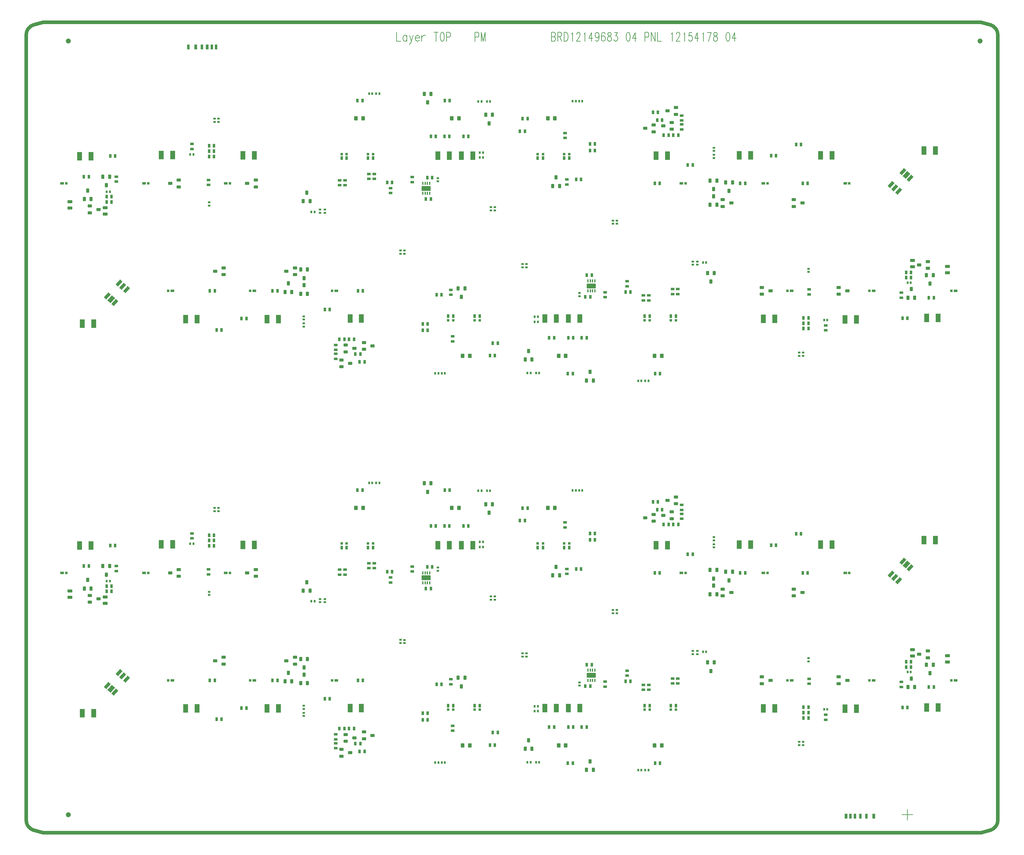
<source format=gbr>
*
G04 Job   : N:\Projects\COMUN\Opel\ICP_OV64-OV85\1-Main_PCB\12149683-12\Panel_12154178\12154178.pnl*
G04 User  : ESSECAE005:montel01*
G04 Layer : SolderPasteTop.gbr*
G04 Date  : Fri Nov 22 08:51:19 2024*
G04 Expedition Layer: Solder Paste - Top*
%ICAS*%
%MOIN*%
%FSDAX24Y24*%
%OFA0.0000B0.0000*%
G90*
G74*
%AMVB_RECTANGLE*
21,1,$1,$2,0,0,$3*
%
%AMVB_RCRECTANGLE*
$3=$3X2*
21,1,$1-$3,$2,0,0,0*
21,1,$1,$2-$3,0,0,0*
$1=$1/2*
$2=$2/2*
$3=$3/2*
$1=$1-$3*
$2=$2-$3*
1,1,$3X2,0-$1,0-$2*
1,1,$3X2,0-$1,$2*
1,1,$3X2,$1,$2*
1,1,$3X2,$1,0-$2*
%
%ADD11C,0.00787*%
%ADD10C,0.03937*%
%ADD17VB_RECTANGLE,0.07480X0.03543X228.00000*%
%ADD18VB_RECTANGLE,0.07480X0.04724X228.00000*%
%ADD13VB_RCRECTANGLE,0.02756X0.01969X0.00197*%
%ADD12VB_RCRECTANGLE,0.01969X0.02756X0.00197*%
%ADD71VB_RCRECTANGLE,0.02953X0.02362X0.00197*%
%ADD22VB_RCRECTANGLE,0.02362X0.02953X0.00197*%
%ADD25VB_RCRECTANGLE,0.01575X0.03150X0.00197*%
%ADD14VB_RCRECTANGLE,0.03937X0.02756X0.00197*%
%ADD16VB_RCRECTANGLE,0.02756X0.03937X0.00197*%
%ADD20VB_RCRECTANGLE,0.04331X0.02362X0.00197*%
%ADD21VB_RCRECTANGLE,0.02362X0.04331X0.00197*%
%ADD15VB_RCRECTANGLE,0.04724X0.03150X0.00197*%
%ADD19VB_RCRECTANGLE,0.03150X0.04724X0.00197*%
%ADD23VB_RCRECTANGLE,0.03937X0.04724X0.00197*%
%ADD24VB_RCRECTANGLE,0.05118X0.03150X0.00197*%
%ADD70VB_RCRECTANGLE,0.05512X0.09449X0.00197*%
%ADD26VB_RCRECTANGLE,0.09843X0.05118X0.00197*%
G01*
G36*
X-092854Y-000283D02*
Y-000039D01*
X-093098*
G02X-093100Y000000I000283J000039*
X-092815Y000285I000285*
X-092776Y000283J000285*
G01Y000039*
X-092532*
G02X-092530Y000000I000283J000039*
X-092815Y-000285I000285*
X-092854Y-000283J000285*
G01Y000283D02*
Y000039D01*
X-093098*
G03X-093100Y000000I000283J000039*
X-092815Y-000285I000285*
X-092776Y-000283J000285*
G01Y-000039*
X-092532*
G03X-092530Y000000I000283J000039*
X-092815Y000285I000285*
X-092854Y000283J000285*
G01Y085387D02*
Y085630D01*
X-093098*
G02X-093100Y085669I000283J000039*
X-092815Y085955I000285*
X-092776Y085952J000286*
G01Y085709*
X-092532*
G02X-092530Y085669I000283J000040*
X-092815Y085384I000285*
X-092854Y085387J000285*
G01Y085952D02*
Y085709D01*
X-093098*
G03X-093100Y085669I000283J000040*
X-092815Y085384I000285*
X-092776Y085387J000285*
G01Y085630*
X-092532*
G03X-092530Y085669I000283J000039*
X-092815Y085955I000285*
X-092854Y085952J000286*
G01X-079685Y084732D02*
X-079409D01*
Y085283*
X-079685*
Y084732*
X-078858D02*
X-078583D01*
Y085283*
X-078858*
Y084732*
X-078189D02*
X-077913D01*
Y085283*
X-078189*
Y084732*
X-077598D02*
X-077323D01*
Y085283*
X-077598*
Y084732*
X-077087D02*
X-076811D01*
Y085283*
X-077087*
Y084732*
X-076614D02*
X-076339D01*
Y085283*
X-076614*
Y084732*
X-006929Y-000433D02*
X-006654D01*
Y000118*
X-006929*
Y-000433*
X-006457D02*
X-006181D01*
Y000118*
X-006457*
Y-000433*
X-005945D02*
X-005669D01*
Y000118*
X-005945*
Y-000433*
X-005354D02*
X-005079D01*
Y000118*
X-005354*
Y-000433*
X-004685D02*
X-004409D01*
Y000118*
X-004685*
Y-000433*
X-003858D02*
X-003583D01*
Y000118*
X-003858*
Y-000433*
X007992Y085387D02*
Y085630D01*
X007749*
G02X007746Y085669I000282J000039*
X008031Y085955I000285*
X008071Y085952J000286*
G01Y085709*
X008314*
G02X008317Y085669I000283J000040*
X008031Y085384I000286*
X007992Y085387J000285*
G01Y085952D02*
Y085709D01*
X007749*
G03X007746Y085669I000282J000040*
X008031Y085384I000285*
X008071Y085387J000285*
G01Y085630*
X008314*
G03X008317Y085669I000283J000039*
X008031Y085955I000286*
X007992Y085952J000286*
G37*
G54D10*
G01X-097480Y086339D02*
Y-000591D01*
G03X-096693Y-001704I001181*
G01X-095619Y-001987*
G03X-095465Y-002008I000154J000570*
G01X007995*
G03X008151Y-001987J000591*
G01X009213Y-001704*
G03X010000Y-000591I000394J001113*
G01Y086339*
G03X009213Y087452I001181*
G01X008142Y087736*
G03X007992Y087756I000151J000570*
G01X-095465*
G03X-095467I000002J000591*
X-095618Y087736J000591*
G01X-096693Y087452*
G03X-097480Y086339I000394J001113*
G54D11*
G01X-056494Y086634D02*
Y085650D01*
X-056055*
X-055366Y086157D02*
X-055439Y086246D01*
X-055512Y086291*
X-055627*
X-055700Y086246*
X-055773Y086157*
X-055805Y086022*
Y085918*
X-055773Y085784*
X-055700Y085694*
X-055627Y085650*
X-055512*
X-055439Y085694*
X-055366Y085784*
Y086291D02*
Y085650D01*
X-055084Y086291D02*
X-054886Y085650D01*
X-054677Y086291D02*
X-054886Y085650D01*
X-054949Y085456*
X-055022Y085366*
X-055084Y085322*
X-055116*
X-054427Y086022D02*
X-053988D01*
Y086112*
X-054020Y086201*
X-054061Y086246*
X-054134Y086291*
X-054249*
X-054322Y086246*
X-054395Y086157*
X-054427Y086022*
Y085918*
X-054395Y085784*
X-054322Y085694*
X-054249Y085650*
X-054134*
X-054061Y085694*
X-053988Y085784*
X-053738Y086022D02*
X-053686Y086157D01*
X-053581Y086246*
X-053466Y086291*
X-053299*
X-053738D02*
Y085650D01*
X-052360Y086634D02*
X-051921D01*
X-052141D02*
Y085650D01*
X-051514Y086634D02*
X-051566Y086574D01*
X-051619Y086485*
X-051650Y086395*
X-051671Y086261*
Y086022*
X-051650Y085888*
X-051619Y085784*
X-051566Y085694*
X-051514Y085650*
X-051399*
X-051347Y085694*
X-051285Y085784*
X-051264Y085888*
X-051232Y086022*
Y086261*
X-051264Y086395*
X-051285Y086485*
X-051347Y086574*
X-051399Y086634*
X-051514*
X-050982Y085650D02*
Y086634D01*
X-050700*
X-050606Y086574*
X-050575Y086529*
X-050543Y086440*
Y086306*
X-050575Y086201*
X-050606Y086157*
X-050700Y086112*
X-050982*
X-047832Y085650D02*
Y086634D01*
X-047550*
X-047456Y086574*
X-047425Y086529*
X-047394Y086440*
Y086306*
X-047425Y086201*
X-047456Y086157*
X-047550Y086112*
X-047832*
X-047143Y085650D02*
Y086634D01*
X-046924Y085650*
X-046705Y086634*
Y085650*
X-039367Y086157D02*
X-039085D01*
X-038991Y086112*
X-038960Y086067*
X-038929Y085978*
Y085829*
X-038960Y085739*
X-038991Y085694*
X-039085Y085650*
X-039367*
Y086634*
X-039085*
X-038991Y086574*
X-038960Y086529*
X-038929Y086440*
Y086350*
X-038960Y086261*
X-038991Y086201*
X-039085Y086157*
X-038678Y085650D02*
Y086634D01*
X-038396*
X-038302Y086574*
X-038271Y086529*
X-038240Y086440*
Y086350*
X-038271Y086261*
X-038302Y086201*
X-038396Y086157*
X-038678*
X-038459D02*
X-038240Y085650D01*
X-037989Y086634D02*
X-037770D01*
X-037676Y086574*
X-037613Y086485*
X-037582Y086395*
X-037551Y086261*
Y086022*
X-037582Y085888*
X-037613Y085784*
X-037676Y085694*
X-037770Y085650*
X-037989*
Y086634*
X-037133Y086440D02*
X-037092Y086485D01*
X-037039Y086619*
Y085650*
X-036580Y086395D02*
Y086440D01*
X-036549Y086529*
X-036517Y086574*
X-036455Y086634*
X-036329*
X-036267Y086574*
X-036236Y086529*
X-036204Y086440*
Y086350*
X-036236Y086261*
X-036298Y086112*
X-036611Y085650*
X-036173*
X-035755Y086440D02*
X-035714Y086485D01*
X-035661Y086619*
Y085650*
X-034941Y086619D02*
Y085650D01*
Y086619D02*
X-035233Y085978D01*
X-034795*
X-034106Y086306D02*
X-034137Y086157D01*
X-034200Y086067*
X-034315Y086022*
X-034346*
X-034451Y086067*
X-034513Y086157*
X-034544Y086306*
Y086350*
X-034513Y086485*
X-034451Y086574*
X-034346Y086619*
X-034315*
X-034200Y086574*
X-034137Y086485*
X-034106Y086306*
Y086067*
X-034137Y085829*
X-034200Y085694*
X-034315Y085650*
X-034377*
X-034482Y085694*
X-034513Y085784*
X-033448Y086485D02*
X-033480Y086574D01*
X-033584Y086619*
X-033657*
X-033762Y086574*
X-033824Y086440*
X-033855Y086201*
Y085978*
X-033824Y085784*
X-033762Y085694*
X-033657Y085650*
X-033626*
X-033521Y085694*
X-033448Y085784*
X-033417Y085918*
Y085978*
X-033448Y086112*
X-033521Y086201*
X-033626Y086246*
X-033657*
X-033762Y086201*
X-033824Y086112*
X-033855Y085978*
X-033010Y086619D02*
X-033104Y086574D01*
X-033135Y086485*
Y086395*
X-033104Y086291*
X-033041Y086246*
X-032916Y086201*
X-032822Y086157*
X-032759Y086067*
X-032728Y085978*
Y085829*
X-032759Y085739*
X-032791Y085694*
X-032885Y085650*
X-033010*
X-033104Y085694*
X-033135Y085739*
X-033167Y085829*
Y085978*
X-033135Y086067*
X-033073Y086157*
X-032979Y086201*
X-032853Y086246*
X-032791Y086291*
X-032759Y086395*
Y086485*
X-032791Y086574*
X-032885Y086619*
X-033010*
X-032415D02*
X-032070D01*
X-032258Y086246*
X-032164*
X-032102Y086201*
X-032070Y086157*
X-032039Y086022*
Y085918*
X-032070Y085784*
X-032133Y085694*
X-032227Y085650*
X-032321*
X-032415Y085694*
X-032446Y085739*
X-032478Y085829*
X-030912Y086619D02*
X-031006Y086574D01*
X-031068Y086440*
X-031100Y086201*
Y086067*
X-031068Y085829*
X-031006Y085694*
X-030912Y085650*
X-030849*
X-030755Y085694*
X-030693Y085829*
X-030661Y086067*
Y086201*
X-030693Y086440*
X-030755Y086574*
X-030849Y086619*
X-030912*
X-030118D02*
X-030411Y085978D01*
X-029972*
X-030118Y086619D02*
Y085650D01*
X-029033D02*
Y086634D01*
X-028751*
X-028657Y086574*
X-028626Y086529*
X-028594Y086440*
Y086306*
X-028626Y086201*
X-028657Y086157*
X-028751Y086112*
X-029033*
X-028344Y085650D02*
Y086634D01*
X-027905Y085650*
Y086634*
X-027655D02*
Y085650D01*
X-027216*
X-026110Y086440D02*
X-026068Y086485D01*
X-026016Y086619*
Y085650*
X-025557Y086395D02*
Y086440D01*
X-025525Y086529*
X-025494Y086574*
X-025431Y086634*
X-025306*
X-025243Y086574*
X-025212Y086529*
X-025181Y086440*
Y086350*
X-025212Y086261*
X-025275Y086112*
X-025588Y085650*
X-025150*
X-024732Y086440D02*
X-024690Y086485D01*
X-024638Y086619*
Y085650*
X-023834Y086619D02*
X-024147D01*
X-024179Y086201*
X-024147Y086246*
X-024053Y086291*
X-023959*
X-023866Y086246*
X-023803Y086157*
X-023772Y086022*
Y085918*
X-023803Y085784*
X-023866Y085694*
X-023959Y085650*
X-024053*
X-024147Y085694*
X-024179Y085739*
X-024210Y085829*
X-023229Y086619D02*
X-023521Y085978D01*
X-023083*
X-023229Y086619D02*
Y085650D01*
X-022665Y086440D02*
X-022623Y086485D01*
X-022571Y086619*
Y085650*
X-022143Y086619D02*
X-021705D01*
X-022018Y085650*
X-021298Y086619D02*
X-021392Y086574D01*
X-021423Y086485*
Y086395*
X-021392Y086291*
X-021329Y086246*
X-021204Y086201*
X-021110Y086157*
X-021047Y086067*
X-021016Y085978*
Y085829*
X-021047Y085739*
X-021078Y085694*
X-021172Y085650*
X-021298*
X-021392Y085694*
X-021423Y085739*
X-021454Y085829*
Y085978*
X-021423Y086067*
X-021360Y086157*
X-021266Y086201*
X-021141Y086246*
X-021078Y086291*
X-021047Y086395*
Y086485*
X-021078Y086574*
X-021172Y086619*
X-021298*
X-019888D02*
X-019982Y086574D01*
X-020045Y086440*
X-020076Y086201*
Y086067*
X-020045Y085829*
X-019982Y085694*
X-019888Y085650*
X-019826*
X-019732Y085694*
X-019669Y085829*
X-019638Y086067*
Y086201*
X-019669Y086440*
X-019732Y086574*
X-019826Y086619*
X-019888*
X-019095D02*
X-019387Y085978D01*
X-018949*
X-019095Y086619D02*
Y085650D01*
X-000591Y000000D02*
X000591D01*
X000000Y000591D02*
Y-000591D01*
G54D12*
X-088563Y025874D03*
Y068988D03*
X-088209Y025874D03*
Y068988D03*
X-079331Y030008D03*
Y073122D03*
X-078976Y030008D03*
Y073122D03*
X-065925Y023630D03*
Y066744D03*
X-065571Y023630D03*
Y066744D03*
X-059547Y036740D03*
Y079854D03*
X-059193Y036740D03*
Y079854D03*
X-058760Y036740D03*
Y079854D03*
X-058406Y036740D03*
Y079854D03*
X-052224Y005768D03*
Y048882D03*
X-051870Y005768D03*
Y048882D03*
X-051516Y005768D03*
Y048882D03*
X-051161Y005768D03*
Y048882D03*
X-047461Y035874D03*
Y078988D03*
X-047303Y029654D03*
Y030205D03*
Y072768D03*
Y073319D03*
X-047106Y035874D03*
Y078988D03*
X-046949Y029654D03*
Y030205D03*
Y072768D03*
Y073319D03*
X-046516Y035874D03*
Y078988D03*
X-046161Y035874D03*
Y078988D03*
X-042028Y005795D03*
Y048909D03*
X-041673Y005795D03*
Y048909D03*
X-041240Y011465D03*
Y012016D03*
Y054579D03*
Y055130D03*
X-041083Y005795D03*
Y048909D03*
X-040886Y011465D03*
Y012016D03*
Y054579D03*
Y055130D03*
X-040728Y005795D03*
Y048909D03*
X-037028Y035902D03*
Y079016D03*
X-036673Y035902D03*
Y079016D03*
X-036319Y035902D03*
Y079016D03*
X-035965Y035902D03*
Y079016D03*
X-029783Y004929D03*
Y048043D03*
X-029429Y004929D03*
Y048043D03*
X-028996Y004929D03*
Y048043D03*
X-028642Y004929D03*
Y048043D03*
X-022618Y018039D03*
Y061154D03*
X-022264Y018039D03*
Y061154D03*
X-009213Y011661D03*
Y054776D03*
X-008858Y011661D03*
Y054776D03*
X000020Y015795D03*
Y058909D03*
X000374Y015795D03*
Y058909D03*
G54D13*
X-077244Y024330D03*
Y024684D03*
Y067444D03*
Y067798D03*
X-076654Y033610D03*
Y033965D03*
Y076724D03*
Y077079D03*
X-076220Y033610D03*
Y033965D03*
Y076724D03*
Y077079D03*
X-066772Y010933D03*
Y011287D03*
Y011720D03*
Y012075D03*
Y054047D03*
Y054402D03*
Y054835D03*
Y055189D03*
X-064961Y023531D03*
Y023886D03*
Y066646D03*
Y067000D03*
X-064449Y023531D03*
Y023886D03*
Y066646D03*
Y067000D03*
X-056063Y019004D03*
Y019358D03*
Y062118D03*
Y062472D03*
X-055630Y018994D03*
Y019348D03*
Y062108D03*
Y062463D03*
X-051929Y027016D03*
Y027370D03*
Y070130D03*
Y070484D03*
X-046063Y023807D03*
Y024161D03*
Y066921D03*
Y067276D03*
X-045630Y023807D03*
Y024161D03*
Y066921D03*
Y067276D03*
X-042559Y017508D03*
Y017862D03*
Y060622D03*
Y060976D03*
X-042126Y017508D03*
Y017862D03*
Y060622D03*
Y060976D03*
X-036260Y014299D03*
Y014654D03*
Y057413D03*
Y057768D03*
X-032559Y022321D03*
Y022675D03*
Y065435D03*
Y065789D03*
X-032126Y022311D03*
Y022665D03*
Y065425D03*
Y065780D03*
X-023740Y017783D03*
Y018138D03*
Y060898D03*
Y061252D03*
X-023228Y017783D03*
Y018138D03*
Y060898D03*
Y061252D03*
X-021417Y029594D03*
Y029949D03*
Y030382D03*
Y030736D03*
Y072709D03*
Y073063D03*
Y073496D03*
Y073850D03*
X-011969Y007705D03*
Y008059D03*
Y050819D03*
Y051173D03*
X-011535Y007705D03*
Y008059D03*
Y050819D03*
Y051173D03*
X-010945Y016985D03*
Y017340D03*
Y060100D03*
Y060454D03*
G54D14*
X-087520Y026976D03*
Y027528D03*
Y070091D03*
Y070642D03*
X-079154Y030598D03*
Y031150D03*
Y073713D03*
Y074264D03*
X-077323Y026622D03*
Y027173D03*
Y069736D03*
Y070287D03*
X-063228Y007370D03*
Y007921D03*
Y008354D03*
Y008906D03*
Y050484D03*
Y051035D03*
Y051469D03*
Y052020D03*
X-062795Y026583D03*
Y027134D03*
Y069697D03*
Y070248D03*
X-062205Y026583D03*
Y027134D03*
Y069697D03*
Y070248D03*
X-059567Y027291D03*
Y027843D03*
Y070406D03*
Y070957D03*
X-058976Y027291D03*
Y027843D03*
Y070406D03*
Y070957D03*
X-057181Y025717D03*
Y026268D03*
Y068831D03*
Y069382D03*
X-054764Y026937D03*
Y027488D03*
Y070051D03*
Y070602D03*
X-050512Y014457D03*
Y015008D03*
Y057571D03*
Y058122D03*
X-050315Y009299D03*
Y009850D03*
Y052413D03*
Y052965D03*
X-037874Y031819D03*
Y032370D03*
Y074933D03*
Y075484D03*
X-037677Y026661D03*
Y027213D03*
Y069776D03*
Y070327D03*
X-033425Y014181D03*
Y014732D03*
Y057295D03*
Y057846D03*
X-031008Y015402D03*
Y015953D03*
Y058516D03*
Y059067D03*
X-029213Y013827D03*
Y014378D03*
Y056941D03*
Y057492D03*
X-028622Y013827D03*
Y014378D03*
Y056941D03*
Y057492D03*
X-025984Y014535D03*
Y015087D03*
Y057650D03*
Y058201D03*
X-025394Y014535D03*
Y015087D03*
Y057650D03*
Y058201D03*
X-024961Y032764D03*
Y033315D03*
Y033748D03*
Y034299D03*
Y075878D03*
Y076429D03*
Y076862D03*
Y077413D03*
X-010866Y014496D03*
Y015047D03*
Y057610D03*
Y058161D03*
X-009035Y010520D03*
Y011071D03*
Y053634D03*
Y054185D03*
X-000669Y014142D03*
Y014693D03*
Y057256D03*
Y057807D03*
G54D15*
X-090433Y023531D03*
Y024280D03*
Y066646D03*
Y067394D03*
X-089488Y023906D03*
Y067020D03*
X-081535Y026780D03*
Y069894D03*
X-080591Y026406D03*
Y027154D03*
Y069520D03*
Y070268D03*
X-076575Y017055D03*
Y060169D03*
X-075630Y016681D03*
Y017429D03*
Y059795D03*
Y060543D03*
X-073031Y026780D03*
Y069894D03*
X-072087Y026406D03*
Y027154D03*
Y069520D03*
Y070268D03*
X-068701Y017055D03*
Y060169D03*
X-067756Y016681D03*
Y017429D03*
Y059795D03*
Y060543D03*
X-062598Y006484D03*
Y007232D03*
Y049598D03*
Y050346D03*
X-062126Y008138D03*
Y008886D03*
Y051252D03*
Y052000D03*
X-061654Y006858D03*
Y049972D03*
X-061181Y008512D03*
Y051626D03*
X-060118Y008413D03*
Y009161D03*
Y051528D03*
Y052276D03*
X-059173Y008787D03*
Y051902D03*
X-029016Y032882D03*
Y075996D03*
X-028071Y032508D03*
Y033256D03*
Y075622D03*
Y076370D03*
X-027008Y033157D03*
Y076272D03*
X-026535Y034811D03*
Y077925D03*
X-026063Y032783D03*
Y033531D03*
Y075898D03*
Y076646D03*
X-025591Y034437D03*
Y035185D03*
Y077551D03*
Y078299D03*
X-020433Y024240D03*
Y024988D03*
Y067354D03*
Y068102D03*
X-019488Y024614D03*
Y067728D03*
X-016102Y014516D03*
Y015264D03*
Y057630D03*
Y058378D03*
X-015157Y014890D03*
Y058004D03*
X-012559Y024240D03*
Y024988D03*
Y067354D03*
Y068102D03*
X-011614Y024614D03*
Y067728D03*
X-007598Y014516D03*
Y015264D03*
Y057630D03*
Y058378D03*
X-006654Y014890D03*
Y058004D03*
X001299Y017764D03*
Y060878D03*
X002244Y017390D03*
Y018138D03*
Y060504D03*
Y061252D03*
G54D16*
X-091102Y027528D03*
Y070642D03*
X-090551Y027528D03*
Y070642D03*
X-088583Y024732D03*
Y025323D03*
Y067846D03*
Y068437D03*
X-088189Y029811D03*
Y072925D03*
X-088031Y024732D03*
Y025323D03*
Y067846D03*
Y068437D03*
X-087638Y029811D03*
Y072925D03*
X-077244Y029772D03*
Y030362D03*
Y030953D03*
Y072886D03*
Y073476D03*
Y074067D03*
X-077165Y014890D03*
Y058004D03*
X-076693Y029772D03*
Y030362D03*
Y030953D03*
Y072886D03*
Y073476D03*
Y074067D03*
X-076614Y014890D03*
Y058004D03*
X-076417Y010559D03*
Y053673D03*
X-075866Y010559D03*
Y053673D03*
X-073661Y011819D03*
Y054933D03*
X-073110Y011819D03*
Y054933D03*
X-070236Y014890D03*
Y058004D03*
X-069685Y014890D03*
Y058004D03*
X-064449Y012843D03*
Y055957D03*
X-063898Y012843D03*
Y055957D03*
X-062835Y009535D03*
Y052650D03*
X-062283Y009535D03*
Y052650D03*
X-061772Y009535D03*
Y052650D03*
X-061220Y009535D03*
Y052650D03*
X-061063Y007882D03*
Y050996D03*
X-060827Y035953D03*
Y079067D03*
X-060787Y014890D03*
Y058004D03*
X-060591Y007016D03*
Y050130D03*
X-060512Y007882D03*
Y050996D03*
X-060276Y035953D03*
Y079067D03*
X-060236Y014890D03*
Y058004D03*
X-060039Y007016D03*
Y050130D03*
X-057551Y026898D03*
Y070012D03*
X-057000Y026898D03*
Y070012D03*
X-053622Y010520D03*
Y011228D03*
Y053634D03*
Y054343D03*
X-053268Y025047D03*
Y068161D03*
X-053110Y027437D03*
Y070551D03*
X-053071Y010520D03*
Y011228D03*
Y053634D03*
Y054343D03*
X-052717Y025047D03*
Y031976D03*
Y068161D03*
Y075091D03*
X-052559Y027437D03*
Y070551D03*
X-052165Y031976D03*
Y075091D03*
X-052087Y014457D03*
Y057571D03*
X-051535Y014457D03*
Y057571D03*
X-051220Y031976D03*
Y075091D03*
X-051181Y035953D03*
Y079067D03*
X-050669Y031976D03*
Y075091D03*
X-050630Y035953D03*
Y079067D03*
X-049114Y031976D03*
Y075091D03*
X-048563Y031976D03*
Y075091D03*
X-046181Y007724D03*
Y050839D03*
X-045866Y009102D03*
Y052217D03*
X-045630Y007724D03*
Y050839D03*
X-045315Y009102D03*
Y052217D03*
X-042874Y032567D03*
Y075681D03*
X-042559Y033945D03*
Y077059D03*
X-042323Y032567D03*
Y075681D03*
X-042008Y033945D03*
Y077059D03*
X-039626Y009693D03*
Y052807D03*
X-039075Y009693D03*
Y052807D03*
X-037559Y005717D03*
Y048831D03*
X-037520Y009693D03*
Y052807D03*
X-037008Y005717D03*
Y048831D03*
X-036969Y009693D03*
Y052807D03*
X-036654Y027213D03*
Y070327D03*
X-036102Y027213D03*
Y070327D03*
X-036024Y009693D03*
Y052807D03*
X-035630Y014232D03*
Y057346D03*
X-035472Y009693D03*
Y016622D03*
Y052807D03*
Y059736D03*
X-035118Y030441D03*
Y031150D03*
Y073555D03*
Y074264D03*
X-035079Y014232D03*
Y057346D03*
X-034921Y016622D03*
Y059736D03*
X-034567Y030441D03*
Y031150D03*
Y073555D03*
Y074264D03*
X-031189Y014772D03*
Y057886D03*
X-030638Y014772D03*
Y057886D03*
X-028150Y034654D03*
Y077768D03*
X-027953Y026780D03*
Y069894D03*
X-027913Y005717D03*
Y048831D03*
X-027677Y033787D03*
Y076902D03*
X-027598Y034654D03*
Y077768D03*
X-027402Y026780D03*
Y069894D03*
X-027362Y005717D03*
Y048831D03*
X-027126Y033787D03*
Y076902D03*
X-026969Y032134D03*
Y075248D03*
X-026417Y032134D03*
Y075248D03*
X-025906Y032134D03*
Y075248D03*
X-025354Y032134D03*
Y075248D03*
X-024291Y028827D03*
Y071941D03*
X-023740Y028827D03*
Y071941D03*
X-018504Y026780D03*
Y069894D03*
X-017953Y026780D03*
Y069894D03*
X-015079Y029850D03*
Y072965D03*
X-014528Y029850D03*
Y072965D03*
X-012323Y031110D03*
Y074224D03*
X-011772Y031110D03*
Y074224D03*
X-011575Y026780D03*
Y069894D03*
X-011496Y010717D03*
Y011307D03*
Y011898D03*
Y053831D03*
Y054421D03*
Y055012D03*
X-011024Y026780D03*
Y069894D03*
X-010945Y010717D03*
Y011307D03*
Y011898D03*
Y053831D03*
Y054421D03*
Y055012D03*
X-000551Y011858D03*
Y054972D03*
X-000157Y016346D03*
Y016937D03*
Y059461D03*
Y060051D03*
X000000Y011858D03*
Y054972D03*
X000394Y016346D03*
Y016937D03*
Y059461D03*
Y060051D03*
X002362Y014142D03*
Y057256D03*
X002913Y014142D03*
Y057256D03*
G54D17*
X-088498Y014318D03*
Y057432D03*
X-087679Y013580D03*
Y056694D03*
X-087207Y015751D03*
Y058866D03*
X-086798Y015383D03*
Y058497D03*
X-086388Y015014D03*
Y058128D03*
X-001801Y026656D03*
Y069770D03*
X-001391Y026287D03*
Y069401D03*
X-000981Y025918D03*
Y069032D03*
X-000510Y028089D03*
Y071203D03*
X000309Y027352D03*
Y070466D03*
G54D18*
X-088089Y013949D03*
Y057063D03*
X-000100Y027720D03*
Y070835D03*
G54D19*
X-091043Y025047D03*
Y068161D03*
X-090669Y025992D03*
Y069106D03*
X-090295Y025047D03*
Y068161D03*
X-088996Y027528D03*
Y070642D03*
X-088622Y026583D03*
Y069697D03*
X-088248Y027528D03*
Y070642D03*
X-068839Y014772D03*
Y057886D03*
X-068465Y015717D03*
Y058831D03*
X-068091Y014772D03*
Y057886D03*
X-067106Y014575D03*
Y017252D03*
Y057689D03*
Y060366D03*
X-066831Y024811D03*
Y067925D03*
X-066732Y015520D03*
Y016307D03*
Y058634D03*
Y059421D03*
X-066457Y025756D03*
Y068870D03*
X-066358Y014575D03*
Y017252D03*
Y057689D03*
Y060366D03*
X-066083Y024811D03*
Y067925D03*
X-053445Y036701D03*
Y079815D03*
X-053071Y035756D03*
Y078870D03*
X-052697Y036701D03*
Y079815D03*
X-049705Y015165D03*
Y058280D03*
X-049331Y014220D03*
Y057335D03*
X-048957Y015165D03*
Y058280D03*
X-046657Y034378D03*
Y077492D03*
X-046283Y033433D03*
Y076547D03*
X-045909Y034378D03*
Y077492D03*
X-042280Y007291D03*
Y050406D03*
X-041906Y008236D03*
Y051350D03*
X-041531Y007291D03*
Y050406D03*
X-039232Y026504D03*
Y069618D03*
X-038858Y027449D03*
Y070563D03*
X-038484Y026504D03*
Y069618D03*
X-035492Y004969D03*
Y048083D03*
X-035118Y005913D03*
Y049028D03*
X-034744Y004969D03*
Y048083D03*
X-022106Y016858D03*
Y059972D03*
X-021831Y024417D03*
Y027094D03*
Y067531D03*
Y070209D03*
X-021732Y015913D03*
Y059028D03*
X-021457Y025362D03*
Y026150D03*
Y068476D03*
Y069264D03*
X-021358Y016858D03*
Y059972D03*
X-021083Y024417D03*
Y027094D03*
Y067531D03*
Y070209D03*
X-020098Y026898D03*
Y070012D03*
X-019724Y025953D03*
Y069067D03*
X-019350Y026898D03*
Y070012D03*
X000059Y014142D03*
Y057256D03*
X000433Y015087D03*
Y058201D03*
X000807Y014142D03*
Y057256D03*
X002106Y016622D03*
Y059736D03*
X002480Y015677D03*
Y058791D03*
X002854Y016622D03*
Y059736D03*
G54D20*
X-093504Y026780D03*
Y069894D03*
X-084449Y026780D03*
Y069894D03*
X-081299Y014890D03*
Y058004D03*
X-075394Y026780D03*
Y069894D03*
X-072244Y014890D03*
Y058004D03*
X-063189Y014890D03*
Y058004D03*
X-025000Y026780D03*
Y069894D03*
X-015945Y026780D03*
Y069894D03*
X-012795Y014890D03*
Y058004D03*
X-006890Y026780D03*
Y069894D03*
X-003740Y014890D03*
Y058004D03*
X005315Y014890D03*
Y058004D03*
G54D21*
X-062581Y029580D03*
Y072694D03*
X-062030Y029580D03*
Y072694D03*
X-059674Y029580D03*
Y072694D03*
X-059123Y029580D03*
Y072694D03*
X-050793Y012090D03*
Y055204D03*
X-050228Y012090D03*
Y055204D03*
X-047869Y012090D03*
Y055204D03*
X-047294Y012090D03*
Y055204D03*
X-040895Y029580D03*
Y072694D03*
X-040320Y029580D03*
Y072694D03*
X-037961Y029580D03*
Y072694D03*
X-037396Y029580D03*
Y072694D03*
X-029066Y012089D03*
Y055203D03*
X-028515Y012089D03*
Y055203D03*
X-026159Y012089D03*
Y055203D03*
X-025608Y012089D03*
Y055203D03*
G54D22*
X-062581Y030043D03*
Y073157D03*
X-062030Y030043D03*
Y073157D03*
X-059674Y030043D03*
Y073157D03*
X-059123Y030043D03*
Y073157D03*
X-050793Y011627D03*
Y054741D03*
X-050228Y011627D03*
Y054741D03*
X-047869Y011627D03*
Y054741D03*
X-047294Y011627D03*
Y054741D03*
X-040895Y030042D03*
Y073156D03*
X-040320Y030042D03*
Y073156D03*
X-037961Y030042D03*
Y073156D03*
X-037396Y030042D03*
Y073156D03*
X-029066Y011626D03*
Y054741D03*
X-028515Y011626D03*
Y054741D03*
X-026159Y011626D03*
Y054741D03*
X-025608Y011626D03*
Y054741D03*
G54D23*
X-061009Y033985D03*
Y077099D03*
X-060222Y033985D03*
Y077099D03*
X-050391Y033985D03*
Y077099D03*
X-049603Y033985D03*
Y077099D03*
X-049198Y007684D03*
Y050798D03*
X-048411Y007684D03*
Y050798D03*
X-039778Y033985D03*
Y077099D03*
X-038991Y033985D03*
Y077099D03*
X-038586Y007684D03*
Y050798D03*
X-037798Y007684D03*
Y050798D03*
X-027967Y007684D03*
Y050798D03*
X-027180Y007684D03*
Y050798D03*
G54D24*
X-092628Y024063D03*
Y024772D03*
Y067177D03*
Y067886D03*
X-088740Y023394D03*
Y024102D03*
Y066508D03*
Y067217D03*
X000551Y017567D03*
Y018276D03*
Y060681D03*
Y061390D03*
X004439Y016898D03*
Y017606D03*
Y060012D03*
Y060720D03*
G54D25*
X-053612Y025677D03*
Y026780D03*
Y068791D03*
Y069894D03*
X-053356Y025677D03*
Y026780D03*
Y068791D03*
Y069894D03*
X-053100Y025677D03*
Y026780D03*
Y068791D03*
Y069894D03*
X-052844Y025677D03*
Y026780D03*
Y068791D03*
Y069894D03*
X-035344Y014890D03*
Y015992D03*
Y058004D03*
Y059106D03*
X-035089Y014890D03*
Y015992D03*
Y058004D03*
Y059106D03*
X-034833Y014890D03*
Y015992D03*
Y058004D03*
Y059106D03*
X-034577Y014890D03*
Y015992D03*
Y058004D03*
Y059106D03*
G54D26*
X-053228Y026228D03*
Y069343D03*
X-034961Y015441D03*
Y058555D03*
G54D70*
X-091577Y029792D03*
Y072906D03*
X-091273Y011247D03*
Y054361D03*
X-090317Y029792D03*
Y072906D03*
X-090013Y011247D03*
Y054361D03*
X-082548Y029931D03*
Y073046D03*
X-081289Y029931D03*
Y073046D03*
X-079842Y011766D03*
Y054880D03*
X-078582Y011766D03*
Y054880D03*
X-073500Y029883D03*
Y072998D03*
X-072240Y029883D03*
Y072998D03*
X-070846Y011776D03*
Y054890D03*
X-069587Y011776D03*
Y054890D03*
X-061654Y011820D03*
Y054934D03*
X-060394Y011820D03*
Y054934D03*
X-051941Y029845D03*
Y072959D03*
X-050681Y029845D03*
Y072959D03*
X-049342Y029845D03*
Y072959D03*
X-048082Y029845D03*
Y072959D03*
X-040107Y011824D03*
Y054938D03*
X-038847Y011824D03*
Y054938D03*
X-037508Y011824D03*
Y054938D03*
X-036248Y011824D03*
Y054938D03*
X-027795Y029850D03*
Y072964D03*
X-026535Y029850D03*
Y072964D03*
X-018602Y029893D03*
Y073007D03*
X-017343Y029893D03*
Y073007D03*
X-015949Y011786D03*
Y054900D03*
X-014689Y011786D03*
Y054900D03*
X-009607Y029904D03*
Y073018D03*
X-008347Y029904D03*
Y073018D03*
X-006900Y011738D03*
Y054852D03*
X-005641Y011738D03*
Y054852D03*
X001824Y030422D03*
Y073536D03*
X002128Y011877D03*
Y054991D03*
X003084Y030422D03*
Y073536D03*
X003388Y011877D03*
Y054991D03*
G54D71*
X-093041Y026780D03*
Y069894D03*
X-083986Y026780D03*
Y069894D03*
X-081762Y014890D03*
Y058004D03*
X-074931Y026780D03*
Y069894D03*
X-072707Y014890D03*
Y058004D03*
X-063652Y014890D03*
Y058004D03*
X-024537Y026780D03*
Y069894D03*
X-015482Y026780D03*
Y069894D03*
X-013258Y014890D03*
Y058004D03*
X-006427Y026780D03*
Y069894D03*
X-004203Y014890D03*
Y058004D03*
X004852Y014890D03*
Y058004D03*
M02*

</source>
